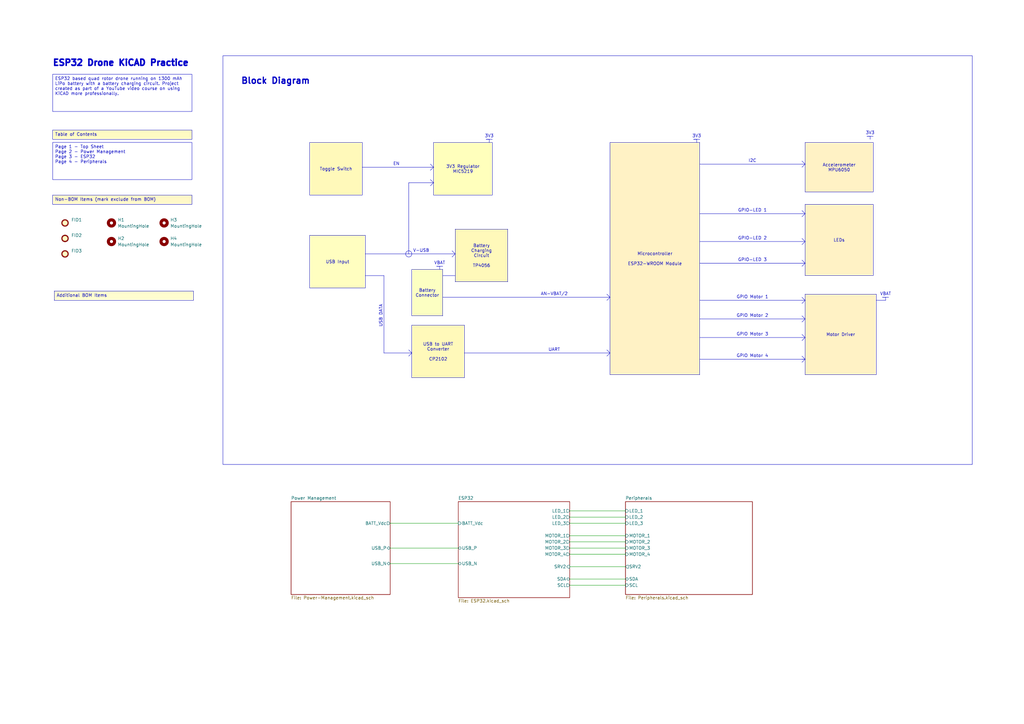
<source format=kicad_sch>
(kicad_sch (version 20250114) (generator "eeschema") (generator_version "9.0")
  (paper "A3")
  (title_block (title "ESP32 Drone PCB") (date "2025-12-29") (rev "1") (company "Aonic"))
  (lib_symbols
    (symbol "AI_NON-BOM:Fiducial-1mmPad-2mmMask" (in_bom no)
      (property "Reference" "FID" (at 0 5.08 0))
      (property "Value" "Fiducial-1mmPad-2mmMask" (at 0 3.175 0))
      (symbol "Fiducial-1mmPad-2mmMask_0_1"
        (circle (center 0 0) (radius 1.27) (stroke (width 0.508)) (fill (type background)))
      )
    )
    (symbol "Mechanical:MountingHole" (pin_names (offset 1.016)) (in_bom no)
      (property "Reference" "H" (at 0 5.08 0))
      (property "Value" "MountingHole" (at 0 3.175 0))
      (symbol "MountingHole_0_1"
        (circle (center 0 0) (radius 1.27) (stroke (width 1.27)))
      )
    )
  )
  (rectangle (start 91.44 22.86) (end 398.78 190.5))
  (circle (center 167.64 104.14) (radius 1.27) (fill (type color)))
  (text "3V3\n" (at 200.66 55.88 0) (effects (font (size 1.27 1.27))))
  (text "GPIO Motor 1" (at 308.61 121.92 0) (effects (font (size 1.27 1.27))))
  (text "3V3\n" (at 356.87 54.61 0) (effects (font (size 1.27 1.27))))
  (text "AN-VBAT/2" (at 227.33 120.65 0) (effects (font (size 1.27 1.27))))
  (text "Block Diagram\n" (at 113.03 33.274 0) (effects (font (size 2.54 2.54) (thickness 0.508) (bold yes))))
  (text "UART" (at 227.33 143.51 0) (effects (font (size 1.27 1.27))))
  (text "GPIO-LED 1" (at 308.61 86.36 0) (effects (font (size 1.27 1.27))))
  (text "USB DATA\n" (at 156.21 129.54 90) (effects (font (size 1.27 1.27))))
  (text "ESP32 Drone KiCAD Practice" (at 49.53 25.908 0) (effects (font (size 2.54 2.54) (thickness 0.762) (bold yes))))
  (text "I2C" (at 308.61 66.04 0) (effects (font (size 1.27 1.27))))
  (text "GPIO Motor 4" (at 308.61 146.05 0) (effects (font (size 1.27 1.27))))
  (text "GPIO-LED 2" (at 308.61 97.79 0) (effects (font (size 1.27 1.27))))
  (text "VBAT\n" (at 363.22 120.65 0) (effects (font (size 1.27 1.27))))
  (text "3V3\n" (at 285.75 55.88 0) (effects (font (size 1.27 1.27))))
  (text "EN" (at 162.56 67.31 0) (effects (font (size 1.27 1.27))))
  (text "GPIO Motor 2" (at 308.61 129.54 0) (effects (font (size 1.27 1.27))))
  (text "GPIO-LED 3" (at 308.61 106.68 0) (effects (font (size 1.27 1.27))))
  (text "VBAT" (at 180.34 107.95 0) (effects (font (size 1.27 1.27))))
  (text "GPIO Motor 3" (at 308.61 137.16 0) (effects (font (size 1.27 1.27))))
  (text "V-USB" (at 172.72 102.87 0) (effects (font (size 1.27 1.27))))
  (text_box "USB Input" (at 127 96.52 0) (size 22.86 21.59) (margins 0.9525 0.9525 0.9525 0.9525) (fill (type color) (color 255 254 192 1)) (effects (font (size 1.27 1.27))))
  (text_box "Battery\nCharging\nCircuit\n\nTP4056" (at 186.69 93.98 0) (size 21.59 21.59) (margins 0.9525 0.9525 0.9525 0.9525) (fill (type color) (color 255 249 186 1)) (effects (font (size 1.27 1.27))))
  (text_box "Toggle Switch" (at 127 58.42 0) (size 21.59 21.59) (margins 0.9525 0.9525 0.9525 0.9525) (fill (type color) (color 255 249 186 1)) (effects (font (size 1.27 1.27))))
  (text_box "Motor Driver" (at 330.2 120.65 0) (size 29.21 33.02) (margins 0.9525 0.9525 0.9525 0.9525) (fill (type color) (color 255 242 197 1)) (effects (font (size 1.27 1.27))))
  (text_box "Table of Contents" (at 21.59 53.34 0) (size 57.15 3.81) (margins 0.9525 0.9525 0.9525 0.9525) (fill (type color) (color 255 251 195 1)) (effects (font (size 1.27 1.27)) (justify left top)))
  (text_box "USB to UART Converter\n\nCP2102" (at 168.91 133.35 0) (size 21.59 21.59) (margins 0.9525 0.9525 0.9525 0.9525) (fill (type color) (color 255 249 186 1)) (effects (font (size 1.27 1.27))))
  (text_box "Additional BOM Items" (at 22.225 119.38 0) (size 57.15 3.81) (margins 0.9525 0.9525 0.9525 0.9525) (fill (type color) (color 255 253 207 1)) (effects (font (size 1.27 1.27)) (justify left top)))
  (text_box "LEDs" (at 330.2 83.82 0) (size 27.94 29.21) (margins 0.9525 0.9525 0.9525 0.9525) (fill (type color) (color 255 242 197 1)) (effects (font (size 1.27 1.27))))
  (text_box "Accelerometer\nMPU6050" (at 330.2 58.42 0) (size 27.94 20.32) (margins 0.9525 0.9525 0.9525 0.9525) (fill (type color) (color 255 242 197 1)) (effects (font (size 1.27 1.27))))
  (text_box "3V3 Regulator\nMIC5219" (at 177.8 58.42 0) (size 24.13 21.59) (margins 0.9525 0.9525 0.9525 0.9525) (fill (type color) (color 255 255 188 1)) (effects (font (size 1.27 1.27))))
  (text_box "ESP32 based quad rotor drone running on 1300 mAh LiPo battery with a battery charging circuit. Project created as part of a YouTube video course on using KiCAD more professionally." (at 21.59 30.48 0) (size 57.15 15.24) (margins 0.9525 0.9525 0.9525 0.9525) (effects (font (size 1.27 1.27)) (justify left top)))
  (text_box "Battery\nConnector" (at 168.91 110.49 0) (size 12.7 19.05) (margins 0.9525 0.9525 0.9525 0.9525) (fill (type color) (color 252 255 194 1)) (effects (font (size 1.27 1.27))))
  (text_box "Page 1 - Top Sheet\nPage 2 - Power Management\nPage 3 - ESP32\nPage 4 - Peripherals" (at 21.59 58.42 0) (size 57.15 15.24) (margins 0.9525 0.9525 0.9525 0.9525) (effects (font (size 1.27 1.27)) (justify left top)))
  (text_box "Non-BOM Items (mark exclude from BOM)" (at 21.59 80.01 0) (size 57.15 3.81) (margins 0.9525 0.9525 0.9525 0.9525) (fill (type color) (color 255 248 200 1)) (effects (font (size 1.27 1.27)) (justify left top)))
  (text_box "Microcontroller\n\nESP32-WROOM Module" (at 250.19 58.42 0) (size 36.83 95.25) (margins 0.9525 0.9525 0.9525 0.9525) (fill (type color) (color 255 242 197 1)) (effects (font (size 1.27 1.27))))
  (polyline (pts (xy 176.53 69.85) (xy 177.8 68.58)))
  (polyline (pts (xy 199.39 57.15) (xy 200.66 57.15)))
  (polyline (pts (xy 181.61 121.92) (xy 250.19 121.92)))
  (wire (pts (xy 233.68 227.33) (xy 256.54 227.33)))
  (polyline (pts (xy 328.93 86.36) (xy 330.2 87.63)))
  (polyline (pts (xy 361.95 121.92) (xy 364.49 121.92)))
  (polyline (pts (xy 363.22 121.92) (xy 363.22 123.19)))
  (wire (pts (xy 160.02 214.63) (xy 187.96 214.63)))
  (polyline (pts (xy 287.02 123.19) (xy 330.2 123.19)))
  (wire (pts (xy 160.02 224.79) (xy 187.96 224.79)))
  (polyline (pts (xy 179.07 109.22) (xy 181.61 109.22)))
  (polyline (pts (xy 359.41 123.19) (xy 363.22 123.19)))
  (polyline (pts (xy 328.93 146.05) (xy 330.2 147.32)))
  (polyline (pts (xy 328.93 139.7) (xy 330.2 138.43)))
  (polyline (pts (xy 167.64 74.93) (xy 177.8 74.93)))
  (polyline (pts (xy 361.95 121.92) (xy 363.22 121.92)))
  (polyline (pts (xy 167.64 146.05) (xy 168.91 144.78)))
  (wire (pts (xy 233.68 232.41) (xy 256.54 232.41)))
  (polyline (pts (xy 328.93 88.9) (xy 330.2 87.63)))
  (wire (pts (xy 233.68 224.79) (xy 256.54 224.79)))
  (polyline (pts (xy 176.53 67.31) (xy 177.8 68.58)))
  (polyline (pts (xy 248.92 143.51) (xy 250.19 144.78)))
  (wire (pts (xy 233.68 209.55) (xy 256.54 209.55)))
  (polyline (pts (xy 167.64 143.51) (xy 168.91 144.78)))
  (polyline (pts (xy 185.42 102.87) (xy 186.69 104.14)))
  (polyline (pts (xy 179.07 109.22) (xy 180.34 109.22)))
  (polyline (pts (xy 287.02 87.63) (xy 330.2 87.63)))
  (polyline (pts (xy 287.02 107.95) (xy 330.2 107.95)))
  (wire (pts (xy 233.68 212.09) (xy 256.54 212.09)))
  (polyline (pts (xy 287.02 130.81) (xy 330.2 130.81)))
  (polyline (pts (xy 328.93 66.04) (xy 330.2 67.31)))
  (wire (pts (xy 233.68 240.03) (xy 256.54 240.03)))
  (polyline (pts (xy 328.93 97.79) (xy 330.2 99.06)))
  (polyline (pts (xy 355.6 55.88) (xy 356.87 55.88)))
  (polyline (pts (xy 190.5 144.78) (xy 250.19 144.78)))
  (polyline (pts (xy 148.59 68.58) (xy 177.8 68.58)))
  (polyline (pts (xy 355.6 55.88) (xy 358.14 55.88)))
  (polyline (pts (xy 328.93 147.32) (xy 330.2 147.32)))
  (polyline (pts (xy 328.93 148.59) (xy 330.2 147.32)))
  (polyline (pts (xy 287.02 67.31) (xy 330.2 67.31)))
  (polyline (pts (xy 328.93 106.68) (xy 330.2 107.95)))
  (polyline (pts (xy 180.34 109.22) (xy 180.34 110.49)))
  (polyline (pts (xy 200.66 57.15) (xy 200.66 58.42)))
  (polyline (pts (xy 328.93 129.54) (xy 330.2 130.81)))
  (polyline (pts (xy 284.48 57.15) (xy 285.75 57.15)))
  (polyline (pts (xy 248.92 146.05) (xy 250.19 144.78)))
  (wire (pts (xy 233.68 222.25) (xy 256.54 222.25)))
  (polyline (pts (xy 356.87 55.88) (xy 356.87 57.15)))
  (wire (pts (xy 160.02 231.14) (xy 187.96 231.14)))
  (polyline (pts (xy 287.02 99.06) (xy 330.2 99.06)))
  (polyline (pts (xy 328.93 68.58) (xy 330.2 67.31)))
  (polyline (pts (xy 149.86 113.03) (xy 157.48 113.03)))
  (wire (pts (xy 233.68 237.49) (xy 256.54 237.49)))
  (polyline (pts (xy 181.61 113.03) (xy 186.69 113.03)))
  (polyline (pts (xy 287.02 147.32) (xy 330.2 147.32)))
  (polyline (pts (xy 248.92 123.19) (xy 250.19 121.92)))
  (polyline (pts (xy 248.92 120.65) (xy 250.19 121.92)))
  (polyline (pts (xy 149.86 104.14) (xy 186.69 104.14)))
  (polyline (pts (xy 328.93 124.46) (xy 330.2 123.19)))
  (polyline (pts (xy 176.53 73.66) (xy 177.8 74.93)))
  (polyline (pts (xy 185.42 105.41) (xy 186.69 104.14)))
  (polyline (pts (xy 157.48 144.78) (xy 168.91 144.78)))
  (polyline (pts (xy 328.93 100.33) (xy 330.2 99.06)))
  (polyline (pts (xy 285.75 57.15) (xy 285.75 58.42)))
  (polyline (pts (xy 328.93 132.08) (xy 330.2 130.81)))
  (polyline (pts (xy 328.93 121.92) (xy 330.2 123.19)))
  (wire (pts (xy 233.68 219.71) (xy 256.54 219.71)))
  (polyline (pts (xy 287.02 138.43) (xy 330.2 138.43)))
  (polyline (pts (xy 157.48 113.03) (xy 157.48 144.78)))
  (polyline (pts (xy 199.39 57.15) (xy 201.93 57.15)))
  (wire (pts (xy 233.68 214.63) (xy 256.54 214.63)))
  (polyline (pts (xy 328.93 109.22) (xy 330.2 107.95)))
  (polyline (pts (xy 176.53 76.2) (xy 177.8 74.93)))
  (polyline (pts (xy 167.64 74.93) (xy 167.64 104.14)))
  (polyline (pts (xy 284.48 57.15) (xy 287.02 57.15)))
  (polyline (pts (xy 328.93 137.16) (xy 330.2 138.43)))
  (symbol (lib_id "AI_NON-BOM:Fiducial-1mmPad-2mmMask") (at 26.67 91.44 0) (unit 1) (in_bom no)
    (property "Reference" "FID1" (at 29.21 90.1699 0) (effects (justify left)))
    (property "Value" "Fiducial-1mmPad-2mmMask" (effects (hide yes)))
    (property "Footprint" "Fiducial:Fiducial_1mm_Mask2mm" (effects (hide yes)))
    (property "Description" "Fiducial Marker 1mm Pad 2mm Mask" (effects (hide yes)))
  )
  (symbol (lib_id "AI_NON-BOM:Fiducial-1mmPad-2mmMask") (at 26.67 97.79 0) (unit 1) (in_bom no)
    (property "Reference" "FID2" (at 29.21 96.5199 0) (effects (justify left)))
    (property "Value" "Fiducial-1mmPad-2mmMask" (effects (hide yes)))
    (property "Footprint" "Fiducial:Fiducial_1mm_Mask2mm" (effects (hide yes)))
    (property "Description" "Fiducial Marker 1mm Pad 2mm Mask" (effects (hide yes)))
  )
  (symbol (lib_id "Mechanical:MountingHole") (at 67.31 99.06 0) (unit 1) (in_bom no)
    (property "Reference" "H4" (at 69.85 97.7899 0) (effects (justify left)))
    (property "Value" "MountingHole" (at 69.85 100.3299 0) (effects (justify left)))
    (property "Footprint" "MountingHole:MountingHole_3.2mm_M3" (effects (hide yes)))
    (property "Description" "Mounting Hole without connection" (effects (hide yes)))
  )
  (symbol (lib_id "Mechanical:MountingHole") (at 67.31 91.44 0) (unit 1) (in_bom no)
    (property "Reference" "H3" (at 69.85 90.1699 0) (effects (justify left)))
    (property "Value" "MountingHole" (at 69.85 92.7099 0) (effects (justify left)))
    (property "Footprint" "MountingHole:MountingHole_3.2mm_M3" (effects (hide yes)))
    (property "Description" "Mounting Hole without connection" (effects (hide yes)))
  )
  (symbol (lib_id "AI_NON-BOM:Fiducial-1mmPad-2mmMask") (at 26.67 104.14 0) (unit 1) (in_bom no)
    (property "Reference" "FID3" (at 29.21 102.8699 0) (effects (justify left)))
    (property "Value" "Fiducial-1mmPad-2mmMask" (effects (hide yes)))
    (property "Footprint" "Fiducial:Fiducial_1mm_Mask2mm" (effects (hide yes)))
    (property "Description" "Fiducial Marker 1mm Pad 2mm Mask" (effects (hide yes)))
  )
  (symbol (lib_id "Mechanical:MountingHole") (at 45.72 91.44 0) (unit 1) (in_bom no)
    (property "Reference" "H1" (at 48.26 90.1699 0) (effects (justify left)))
    (property "Value" "MountingHole" (at 48.26 92.7099 0) (effects (justify left)))
    (property "Footprint" "MountingHole:MountingHole_3.2mm_M3" (effects (hide yes)))
    (property "Description" "Mounting Hole without connection" (effects (hide yes)))
  )
  (symbol (lib_id "Mechanical:MountingHole") (at 45.72 99.06 0) (unit 1) (in_bom no)
    (property "Reference" "H2" (at 48.26 97.7899 0) (effects (justify left)))
    (property "Value" "MountingHole" (at 48.26 100.3299 0) (effects (justify left)))
    (property "Footprint" "MountingHole:MountingHole_3.2mm_M3" (effects (hide yes)))
    (property "Description" "Mounting Hole without connection" (effects (hide yes)))
  )
  (sheet (at 119.38 205.74) (size 40.64 38.1) (stroke (width 0.1524))
    (property "Sheetname" "Power Management" (at 119.38 205.0284 0) (effects (justify left bottom)))
    (property "Sheetfile" "Power-Management.kicad_sch" (at 119.38 244.4246 0) (effects (justify left top)))
    (pin "BATT_Vdc" output (at 160.02 214.63 0))
    (pin "USB_P" bidirectional (at 160.02 224.79 0))
    (pin "USB_N" bidirectional (at 160.02 231.14 0))
  )
  (sheet (at 187.96 205.74) (size 45.72 39.37) (stroke (width 0.1524))
    (property "Sheetname" "ESP32" (at 187.96 205.0284 0) (effects (justify left bottom)))
    (property "Sheetfile" "ESP32.kicad_sch" (at 187.96 245.6946 0) (effects (justify left top)))
    (pin "BATT_Vdc" input (at 187.96 214.63 180))
    (pin "SDA" bidirectional (at 233.68 237.49 0))
    (pin "MOTOR_3" output (at 233.68 224.79 0))
    (pin "LED_1" output (at 233.68 209.55 0))
    (pin "LED_3" output (at 233.68 214.63 0))
    (pin "MOTOR_1" output (at 233.68 219.71 0))
    (pin "MOTOR_2" output (at 233.68 222.25 0))
    (pin "LED_2" output (at 233.68 212.09 0))
    (pin "SRV2" input (at 233.68 232.41 0))
    (pin "MOTOR_4" output (at 233.68 227.33 0))
    (pin "SCL" output (at 233.68 240.03 0))
    (pin "USB_P" bidirectional (at 187.96 224.79 180))
    (pin "USB_N" bidirectional (at 187.96 231.14 180))
  )
  (sheet (at 256.54 205.74) (size 52.07 38.1) (stroke (width 0.1524))
    (property "Sheetname" "Peripherals" (at 256.54 205.0284 0) (effects (justify left bottom)))
    (property "Sheetfile" "Peripherals.kicad_sch" (at 256.54 244.4246 0) (effects (justify left top)))
    (pin "SCL" input (at 256.54 240.03 180))
    (pin "MOTOR_2" input (at 256.54 222.25 180))
    (pin "SDA" bidirectional (at 256.54 237.49 180))
    (pin "LED_2" input (at 256.54 212.09 180))
    (pin "MOTOR_3" input (at 256.54 224.79 180))
    (pin "SRV2" output (at 256.54 232.41 180))
    (pin "LED_3" input (at 256.54 214.63 180))
    (pin "MOTOR_4" input (at 256.54 227.33 180))
    (pin "MOTOR_1" input (at 256.54 219.71 180))
    (pin "LED_1" input (at 256.54 209.55 180))
  )
)
</source>
